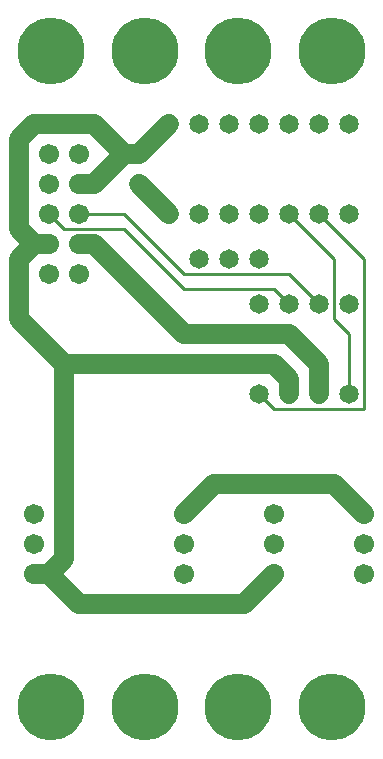
<source format=gbl>
%MOIN*%
%FSLAX25Y25*%
G04 D10 used for Character Trace; *
G04     Circle (OD=.01000) (No hole)*
G04 D11 used for Power Trace; *
G04     Circle (OD=.06500) (No hole)*
G04 D12 used for Signal Trace; *
G04     Circle (OD=.01100) (No hole)*
G04 D13 used for Via; *
G04     Circle (OD=.05800) (Round. Hole ID=.02800)*
G04 D14 used for Component hole; *
G04     Circle (OD=.06500) (Round. Hole ID=.03500)*
G04 D15 used for Component hole; *
G04     Circle (OD=.06700) (Round. Hole ID=.04300)*
G04 D16 used for Component hole; *
G04     Circle (OD=.08100) (Round. Hole ID=.05100)*
G04 D17 used for Component hole; *
G04     Circle (OD=.08900) (Round. Hole ID=.05900)*
G04 D18 used for Component hole; *
G04     Circle (OD=.11300) (Round. Hole ID=.08300)*
G04 D19 used for Component hole; *
G04     Circle (OD=.16000) (Round. Hole ID=.13000)*
G04 D20 used for Component hole; *
G04     Circle (OD=.18300) (Round. Hole ID=.15300)*
G04 D21 used for Component hole; *
G04     Circle (OD=.22291) (Round. Hole ID=.19291)*
%ADD10C,.01000*%
%ADD11C,.06500*%
%ADD12C,.01100*%
%ADD13C,.05800*%
%ADD14C,.06500*%
%ADD15C,.06700*%
%ADD16C,.08100*%
%ADD17C,.08900*%
%ADD18C,.11300*%
%ADD19C,.16000*%
%ADD20C,.18300*%
%ADD21C,.22291*%
%IPPOS*%
%LPD*%
G90*X0Y0D02*D21*X15625Y15625D03*X46875D03*D11*    
X25000Y50000D02*X80000D01*X90000Y60000D01*D15*D03*
Y70000D03*Y80000D03*D11*X120000D02*               
X110000Y90000D01*D15*X120000Y80000D03*D11*        
X70000Y90000D02*X110000D01*X60000Y80000D02*       
X70000Y90000D01*D15*X60000Y80000D03*Y70000D03*    
Y60000D03*D12*X90000Y115000D02*X120000D01*        
Y165000D01*X105000Y180000D01*D14*D03*X115000D03*  
X95000D03*D12*X110000Y165000D01*Y145000D01*       
X115000Y140000D01*Y120000D01*D14*D03*D11*         
X105000D02*Y130000D01*D14*Y120000D03*D11*         
X95000D02*Y125000D01*D14*Y120000D03*D12*          
X90000Y115000D02*X85000Y120000D01*D14*D03*        
X75000Y130000D03*D11*X20000D01*Y65000D01*         
X15000Y60000D01*X25000Y50000D01*X10000Y60000D02*  
X15000D01*D15*X10000D03*Y70000D03*Y80000D03*D11*  
X75000Y130000D02*X90000D01*X95000Y125000D01*      
X105000Y130000D02*X95000Y140000D01*X75000D01*D14* 
D03*D11*X60000D01*X30000Y170000D01*X25000D01*D15* 
D03*D12*X20000Y175000D02*X40000D01*               
X60000Y155000D01*X90000D01*X95000Y150000D01*D14*  
D03*X105000D03*D12*X95000Y160000D01*X60000D01*    
X40000Y180000D01*X25000D01*D15*D03*D12*           
X20000Y175000D02*X15000Y180000D01*D15*D03*        
X25000Y190000D03*D11*X30000D01*X40000Y200000D01*  
X45000D01*D14*D03*D11*X55000Y210000D01*D14*D03*   
X65000D03*D11*X40000Y200000D02*X30000Y210000D01*  
X10000D01*X5000Y205000D01*Y175000D01*             
X10000Y170000D01*X5000Y165000D01*Y145000D01*      
X20000Y130000D01*D15*X25000Y160000D03*X15000D03*  
Y170000D03*D11*X10000D01*D15*X15000Y190000D03*    
X25000Y200000D03*X15000D03*D14*X45000Y190000D03*  
D11*X55000Y180000D01*D14*D03*X65000D03*Y165000D03*
X75000D03*Y180000D03*X85000Y150000D03*Y210000D03* 
X75000D03*X85000Y165000D03*Y180000D03*            
X95000Y210000D03*X105000D03*D21*X109375Y234375D03*
X78125D03*X46875D03*X15625D03*D14*                
X115000Y150000D03*Y210000D03*D15*X120000Y70000D03*
Y60000D03*D21*X78125Y15625D03*X109375D03*M02*     

</source>
